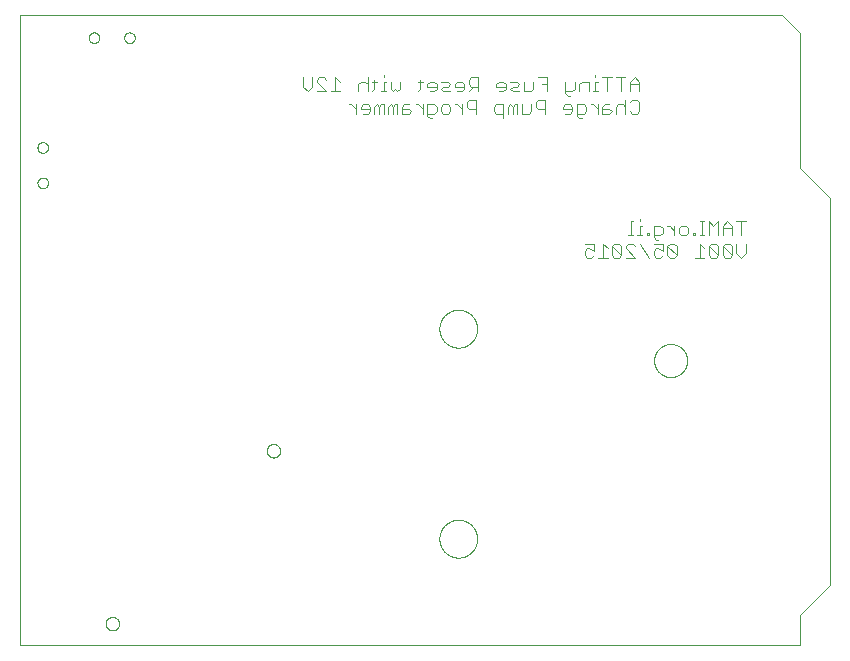
<source format=gbo>
G75*
%MOIN*%
%OFA0B0*%
%FSLAX25Y25*%
%IPPOS*%
%LPD*%
%AMOC8*
5,1,8,0,0,1.08239X$1,22.5*
%
%ADD10C,0.00004*%
%ADD11C,0.00400*%
%ADD12C,0.00000*%
%ADD13C,0.00394*%
D10*
X0016500Y0005000D02*
X0016500Y0215000D01*
X0270500Y0215000D01*
X0276500Y0209000D01*
X0276500Y0164000D01*
X0286500Y0154000D01*
X0286500Y0025000D01*
X0276500Y0015000D01*
X0276500Y0005000D01*
X0016500Y0005000D01*
X0276500Y0005000D01*
X0276500Y0015000D01*
X0286500Y0025000D01*
X0286500Y0154000D01*
X0276500Y0164000D01*
X0276500Y0209000D01*
X0270500Y0215000D01*
X0016500Y0215000D01*
X0016500Y0005000D01*
D11*
X0204587Y0134967D02*
X0205354Y0134200D01*
X0206889Y0134200D01*
X0207656Y0134967D01*
X0207656Y0136502D02*
X0206121Y0137269D01*
X0205354Y0137269D01*
X0204587Y0136502D01*
X0204587Y0134967D01*
X0207656Y0136502D02*
X0207656Y0138804D01*
X0204587Y0138804D01*
X0210725Y0138804D02*
X0210725Y0134200D01*
X0209191Y0134200D02*
X0212260Y0134200D01*
X0213795Y0134967D02*
X0214562Y0134200D01*
X0216097Y0134200D01*
X0216864Y0134967D01*
X0213795Y0138037D01*
X0213795Y0134967D01*
X0212260Y0137269D02*
X0210725Y0138804D01*
X0213795Y0138037D02*
X0214562Y0138804D01*
X0216097Y0138804D01*
X0216864Y0138037D01*
X0216864Y0134967D01*
X0218399Y0134200D02*
X0221468Y0134200D01*
X0218399Y0137269D01*
X0218399Y0138037D01*
X0219166Y0138804D01*
X0220701Y0138804D01*
X0221468Y0138037D01*
X0223003Y0138804D02*
X0226072Y0134200D01*
X0227607Y0134967D02*
X0228374Y0134200D01*
X0229909Y0134200D01*
X0230676Y0134967D01*
X0232211Y0134967D02*
X0232211Y0138037D01*
X0235280Y0134967D01*
X0234513Y0134200D01*
X0232978Y0134200D01*
X0232211Y0134967D01*
X0230676Y0136502D02*
X0229141Y0137269D01*
X0228374Y0137269D01*
X0227607Y0136502D01*
X0227607Y0134967D01*
X0230676Y0136502D02*
X0230676Y0138804D01*
X0227607Y0138804D01*
X0228374Y0140165D02*
X0227607Y0140933D01*
X0227607Y0144769D01*
X0229909Y0144769D01*
X0230676Y0144002D01*
X0230676Y0142467D01*
X0229909Y0141700D01*
X0227607Y0141700D01*
X0226072Y0141700D02*
X0225305Y0141700D01*
X0225305Y0142467D01*
X0226072Y0142467D01*
X0226072Y0141700D01*
X0223770Y0141700D02*
X0222235Y0141700D01*
X0223003Y0141700D02*
X0223003Y0144769D01*
X0223770Y0144769D01*
X0223003Y0146304D02*
X0223003Y0147071D01*
X0220701Y0146304D02*
X0219933Y0146304D01*
X0219933Y0141700D01*
X0219166Y0141700D02*
X0220701Y0141700D01*
X0228374Y0140165D02*
X0229141Y0140165D01*
X0232211Y0138037D02*
X0232978Y0138804D01*
X0234513Y0138804D01*
X0235280Y0138037D01*
X0235280Y0134967D01*
X0241419Y0134200D02*
X0244488Y0134200D01*
X0242953Y0134200D02*
X0242953Y0138804D01*
X0244488Y0137269D01*
X0246023Y0138037D02*
X0246023Y0134967D01*
X0246790Y0134200D01*
X0248325Y0134200D01*
X0249092Y0134967D01*
X0246023Y0138037D01*
X0246790Y0138804D01*
X0248325Y0138804D01*
X0249092Y0138037D01*
X0249092Y0134967D01*
X0250627Y0134967D02*
X0251394Y0134200D01*
X0252929Y0134200D01*
X0253696Y0134967D01*
X0250627Y0138037D01*
X0250627Y0134967D01*
X0253696Y0134967D02*
X0253696Y0138037D01*
X0252929Y0138804D01*
X0251394Y0138804D01*
X0250627Y0138037D01*
X0250627Y0141700D02*
X0250627Y0144769D01*
X0252161Y0146304D01*
X0253696Y0144769D01*
X0253696Y0141700D01*
X0253696Y0144002D02*
X0250627Y0144002D01*
X0249092Y0141700D02*
X0249092Y0146304D01*
X0247557Y0144769D01*
X0246023Y0146304D01*
X0246023Y0141700D01*
X0244488Y0141700D02*
X0242953Y0141700D01*
X0243721Y0141700D02*
X0243721Y0146304D01*
X0244488Y0146304D02*
X0242953Y0146304D01*
X0239117Y0144002D02*
X0239117Y0142467D01*
X0238349Y0141700D01*
X0236815Y0141700D01*
X0236047Y0142467D01*
X0236047Y0144002D01*
X0236815Y0144769D01*
X0238349Y0144769D01*
X0239117Y0144002D01*
X0240651Y0142467D02*
X0240651Y0141700D01*
X0241419Y0141700D01*
X0241419Y0142467D01*
X0240651Y0142467D01*
X0234513Y0141700D02*
X0234513Y0144769D01*
X0234513Y0143235D02*
X0232978Y0144769D01*
X0232211Y0144769D01*
X0255231Y0146304D02*
X0258300Y0146304D01*
X0256765Y0146304D02*
X0256765Y0141700D01*
X0255231Y0138804D02*
X0255231Y0135735D01*
X0256765Y0134200D01*
X0258300Y0135735D01*
X0258300Y0138804D01*
X0222033Y0182200D02*
X0220498Y0182200D01*
X0219731Y0182967D01*
X0218196Y0182200D02*
X0218196Y0186804D01*
X0217429Y0185269D02*
X0215894Y0185269D01*
X0215127Y0184502D01*
X0215127Y0182200D01*
X0213592Y0182967D02*
X0212825Y0183735D01*
X0210523Y0183735D01*
X0210523Y0184502D02*
X0210523Y0182200D01*
X0212825Y0182200D01*
X0213592Y0182967D01*
X0212825Y0185269D02*
X0211290Y0185269D01*
X0210523Y0184502D01*
X0208988Y0185269D02*
X0208988Y0182200D01*
X0208988Y0183735D02*
X0207453Y0185269D01*
X0206686Y0185269D01*
X0205151Y0184502D02*
X0205151Y0182967D01*
X0204384Y0182200D01*
X0202082Y0182200D01*
X0202082Y0181433D02*
X0202082Y0185269D01*
X0204384Y0185269D01*
X0205151Y0184502D01*
X0203617Y0180665D02*
X0202849Y0180665D01*
X0202082Y0181433D01*
X0200547Y0182967D02*
X0199780Y0182200D01*
X0198245Y0182200D01*
X0197478Y0183735D02*
X0200547Y0183735D01*
X0200547Y0184502D02*
X0199780Y0185269D01*
X0198245Y0185269D01*
X0197478Y0184502D01*
X0197478Y0183735D01*
X0200547Y0182967D02*
X0200547Y0184502D01*
X0199780Y0188165D02*
X0199013Y0188165D01*
X0198245Y0188933D01*
X0198245Y0192769D01*
X0198245Y0189700D02*
X0200547Y0189700D01*
X0201315Y0190467D01*
X0201315Y0192769D01*
X0202849Y0192002D02*
X0202849Y0189700D01*
X0202849Y0192002D02*
X0203617Y0192769D01*
X0205919Y0192769D01*
X0205919Y0189700D01*
X0207453Y0189700D02*
X0208988Y0189700D01*
X0208221Y0189700D02*
X0208221Y0192769D01*
X0208988Y0192769D01*
X0208221Y0194304D02*
X0208221Y0195071D01*
X0210523Y0194304D02*
X0213592Y0194304D01*
X0212057Y0194304D02*
X0212057Y0189700D01*
X0216661Y0189700D02*
X0216661Y0194304D01*
X0215127Y0194304D02*
X0218196Y0194304D01*
X0219731Y0192769D02*
X0219731Y0189700D01*
X0219731Y0192002D02*
X0222800Y0192002D01*
X0222800Y0192769D02*
X0221265Y0194304D01*
X0219731Y0192769D01*
X0222800Y0192769D02*
X0222800Y0189700D01*
X0222033Y0186804D02*
X0222800Y0186037D01*
X0222800Y0182967D01*
X0222033Y0182200D01*
X0218196Y0184502D02*
X0217429Y0185269D01*
X0219731Y0186037D02*
X0220498Y0186804D01*
X0222033Y0186804D01*
X0192107Y0189700D02*
X0192107Y0194304D01*
X0189037Y0194304D01*
X0187503Y0192769D02*
X0187503Y0190467D01*
X0186735Y0189700D01*
X0184433Y0189700D01*
X0184433Y0192769D01*
X0182899Y0192002D02*
X0182131Y0192769D01*
X0179829Y0192769D01*
X0178295Y0192002D02*
X0178295Y0190467D01*
X0177527Y0189700D01*
X0175993Y0189700D01*
X0175225Y0191235D02*
X0178295Y0191235D01*
X0178295Y0192002D02*
X0177527Y0192769D01*
X0175993Y0192769D01*
X0175225Y0192002D01*
X0175225Y0191235D01*
X0179829Y0190467D02*
X0180597Y0191235D01*
X0182131Y0191235D01*
X0182899Y0192002D01*
X0182899Y0189700D02*
X0180597Y0189700D01*
X0179829Y0190467D01*
X0179829Y0185269D02*
X0179062Y0184502D01*
X0179062Y0182200D01*
X0177527Y0182200D02*
X0175225Y0182200D01*
X0174458Y0182967D01*
X0174458Y0184502D01*
X0175225Y0185269D01*
X0177527Y0185269D01*
X0177527Y0180665D01*
X0180597Y0182200D02*
X0180597Y0184502D01*
X0179829Y0185269D01*
X0180597Y0184502D02*
X0181364Y0185269D01*
X0182131Y0185269D01*
X0182131Y0182200D01*
X0183666Y0182200D02*
X0183666Y0185269D01*
X0186735Y0185269D02*
X0186735Y0182967D01*
X0185968Y0182200D01*
X0183666Y0182200D01*
X0188270Y0184502D02*
X0188270Y0186037D01*
X0189037Y0186804D01*
X0191339Y0186804D01*
X0191339Y0182200D01*
X0191339Y0183735D02*
X0189037Y0183735D01*
X0188270Y0184502D01*
X0190572Y0192002D02*
X0192107Y0192002D01*
X0169087Y0191235D02*
X0166785Y0191235D01*
X0166017Y0192002D01*
X0166017Y0193537D01*
X0166785Y0194304D01*
X0169087Y0194304D01*
X0169087Y0189700D01*
X0167552Y0191235D02*
X0166017Y0189700D01*
X0164483Y0190467D02*
X0164483Y0192002D01*
X0163715Y0192769D01*
X0162181Y0192769D01*
X0161413Y0192002D01*
X0161413Y0191235D01*
X0164483Y0191235D01*
X0164483Y0190467D02*
X0163715Y0189700D01*
X0162181Y0189700D01*
X0159879Y0189700D02*
X0157577Y0189700D01*
X0156809Y0190467D01*
X0157577Y0191235D01*
X0159111Y0191235D01*
X0159879Y0192002D01*
X0159111Y0192769D01*
X0156809Y0192769D01*
X0155275Y0192002D02*
X0155275Y0190467D01*
X0154507Y0189700D01*
X0152973Y0189700D01*
X0152205Y0191235D02*
X0155275Y0191235D01*
X0155275Y0192002D02*
X0154507Y0192769D01*
X0152973Y0192769D01*
X0152205Y0192002D01*
X0152205Y0191235D01*
X0150671Y0192769D02*
X0149136Y0192769D01*
X0149903Y0193537D02*
X0149903Y0190467D01*
X0149136Y0189700D01*
X0149136Y0185269D02*
X0148369Y0185269D01*
X0149136Y0185269D02*
X0150671Y0183735D01*
X0150671Y0185269D02*
X0150671Y0182200D01*
X0152205Y0182200D02*
X0154507Y0182200D01*
X0155275Y0182967D01*
X0155275Y0184502D01*
X0154507Y0185269D01*
X0152205Y0185269D01*
X0152205Y0181433D01*
X0152973Y0180665D01*
X0153740Y0180665D01*
X0156809Y0182967D02*
X0156809Y0184502D01*
X0157577Y0185269D01*
X0159111Y0185269D01*
X0159879Y0184502D01*
X0159879Y0182967D01*
X0159111Y0182200D01*
X0157577Y0182200D01*
X0156809Y0182967D01*
X0161413Y0185269D02*
X0162181Y0185269D01*
X0163715Y0183735D01*
X0163715Y0185269D02*
X0163715Y0182200D01*
X0165250Y0184502D02*
X0166017Y0183735D01*
X0168319Y0183735D01*
X0168319Y0182200D02*
X0168319Y0186804D01*
X0166017Y0186804D01*
X0165250Y0186037D01*
X0165250Y0184502D01*
X0146834Y0182967D02*
X0146067Y0182200D01*
X0143765Y0182200D01*
X0143765Y0184502D01*
X0144532Y0185269D01*
X0146067Y0185269D01*
X0146067Y0183735D02*
X0143765Y0183735D01*
X0142230Y0185269D02*
X0141463Y0185269D01*
X0140695Y0184502D01*
X0139928Y0185269D01*
X0139161Y0184502D01*
X0139161Y0182200D01*
X0140695Y0182200D02*
X0140695Y0184502D01*
X0142230Y0185269D02*
X0142230Y0182200D01*
X0146067Y0183735D02*
X0146834Y0182967D01*
X0142230Y0189700D02*
X0141463Y0190467D01*
X0140695Y0189700D01*
X0139928Y0190467D01*
X0139928Y0192769D01*
X0138393Y0192769D02*
X0137626Y0192769D01*
X0137626Y0189700D01*
X0138393Y0189700D02*
X0136859Y0189700D01*
X0134557Y0190467D02*
X0133789Y0189700D01*
X0134557Y0190467D02*
X0134557Y0193537D01*
X0135324Y0192769D02*
X0133789Y0192769D01*
X0132255Y0192002D02*
X0131487Y0192769D01*
X0129953Y0192769D01*
X0129185Y0192002D01*
X0129185Y0189700D01*
X0132255Y0189700D02*
X0132255Y0194304D01*
X0137626Y0194304D02*
X0137626Y0195071D01*
X0142997Y0192769D02*
X0142997Y0190467D01*
X0142230Y0189700D01*
X0137626Y0185269D02*
X0136859Y0185269D01*
X0136091Y0184502D01*
X0135324Y0185269D01*
X0134557Y0184502D01*
X0134557Y0182200D01*
X0136091Y0182200D02*
X0136091Y0184502D01*
X0137626Y0185269D02*
X0137626Y0182200D01*
X0133022Y0182967D02*
X0132255Y0182200D01*
X0130720Y0182200D01*
X0129953Y0183735D02*
X0133022Y0183735D01*
X0133022Y0184502D02*
X0132255Y0185269D01*
X0130720Y0185269D01*
X0129953Y0184502D01*
X0129953Y0183735D01*
X0128418Y0183735D02*
X0126883Y0185269D01*
X0126116Y0185269D01*
X0128418Y0185269D02*
X0128418Y0182200D01*
X0133022Y0182967D02*
X0133022Y0184502D01*
X0123047Y0189700D02*
X0119977Y0189700D01*
X0118443Y0189700D02*
X0115373Y0192769D01*
X0115373Y0193537D01*
X0116141Y0194304D01*
X0117675Y0194304D01*
X0118443Y0193537D01*
X0121512Y0194304D02*
X0121512Y0189700D01*
X0118443Y0189700D02*
X0115373Y0189700D01*
X0113839Y0191235D02*
X0112304Y0189700D01*
X0110769Y0191235D01*
X0110769Y0194304D01*
X0113839Y0194304D02*
X0113839Y0191235D01*
X0121512Y0194304D02*
X0123047Y0192769D01*
D12*
X0051134Y0207500D02*
X0051136Y0207584D01*
X0051142Y0207667D01*
X0051152Y0207750D01*
X0051166Y0207833D01*
X0051183Y0207915D01*
X0051205Y0207996D01*
X0051230Y0208075D01*
X0051259Y0208154D01*
X0051292Y0208231D01*
X0051328Y0208306D01*
X0051368Y0208380D01*
X0051411Y0208452D01*
X0051458Y0208521D01*
X0051508Y0208588D01*
X0051561Y0208653D01*
X0051617Y0208715D01*
X0051675Y0208775D01*
X0051737Y0208832D01*
X0051801Y0208885D01*
X0051868Y0208936D01*
X0051937Y0208983D01*
X0052008Y0209028D01*
X0052081Y0209068D01*
X0052156Y0209105D01*
X0052233Y0209139D01*
X0052311Y0209169D01*
X0052390Y0209195D01*
X0052471Y0209218D01*
X0052553Y0209236D01*
X0052635Y0209251D01*
X0052718Y0209262D01*
X0052801Y0209269D01*
X0052885Y0209272D01*
X0052969Y0209271D01*
X0053052Y0209266D01*
X0053136Y0209257D01*
X0053218Y0209244D01*
X0053300Y0209228D01*
X0053381Y0209207D01*
X0053462Y0209183D01*
X0053540Y0209155D01*
X0053618Y0209123D01*
X0053694Y0209087D01*
X0053768Y0209048D01*
X0053840Y0209006D01*
X0053910Y0208960D01*
X0053978Y0208911D01*
X0054043Y0208859D01*
X0054106Y0208804D01*
X0054166Y0208746D01*
X0054224Y0208685D01*
X0054278Y0208621D01*
X0054330Y0208555D01*
X0054378Y0208487D01*
X0054423Y0208416D01*
X0054464Y0208343D01*
X0054503Y0208269D01*
X0054537Y0208193D01*
X0054568Y0208115D01*
X0054595Y0208036D01*
X0054619Y0207955D01*
X0054638Y0207874D01*
X0054654Y0207792D01*
X0054666Y0207709D01*
X0054674Y0207625D01*
X0054678Y0207542D01*
X0054678Y0207458D01*
X0054674Y0207375D01*
X0054666Y0207291D01*
X0054654Y0207208D01*
X0054638Y0207126D01*
X0054619Y0207045D01*
X0054595Y0206964D01*
X0054568Y0206885D01*
X0054537Y0206807D01*
X0054503Y0206731D01*
X0054464Y0206657D01*
X0054423Y0206584D01*
X0054378Y0206513D01*
X0054330Y0206445D01*
X0054278Y0206379D01*
X0054224Y0206315D01*
X0054166Y0206254D01*
X0054106Y0206196D01*
X0054043Y0206141D01*
X0053978Y0206089D01*
X0053910Y0206040D01*
X0053840Y0205994D01*
X0053768Y0205952D01*
X0053694Y0205913D01*
X0053618Y0205877D01*
X0053540Y0205845D01*
X0053462Y0205817D01*
X0053381Y0205793D01*
X0053300Y0205772D01*
X0053218Y0205756D01*
X0053136Y0205743D01*
X0053052Y0205734D01*
X0052969Y0205729D01*
X0052885Y0205728D01*
X0052801Y0205731D01*
X0052718Y0205738D01*
X0052635Y0205749D01*
X0052553Y0205764D01*
X0052471Y0205782D01*
X0052390Y0205805D01*
X0052311Y0205831D01*
X0052233Y0205861D01*
X0052156Y0205895D01*
X0052081Y0205932D01*
X0052008Y0205972D01*
X0051937Y0206017D01*
X0051868Y0206064D01*
X0051801Y0206115D01*
X0051737Y0206168D01*
X0051675Y0206225D01*
X0051617Y0206285D01*
X0051561Y0206347D01*
X0051508Y0206412D01*
X0051458Y0206479D01*
X0051411Y0206548D01*
X0051368Y0206620D01*
X0051328Y0206694D01*
X0051292Y0206769D01*
X0051259Y0206846D01*
X0051230Y0206925D01*
X0051205Y0207004D01*
X0051183Y0207085D01*
X0051166Y0207167D01*
X0051152Y0207250D01*
X0051142Y0207333D01*
X0051136Y0207416D01*
X0051134Y0207500D01*
X0039322Y0207500D02*
X0039324Y0207584D01*
X0039330Y0207667D01*
X0039340Y0207750D01*
X0039354Y0207833D01*
X0039371Y0207915D01*
X0039393Y0207996D01*
X0039418Y0208075D01*
X0039447Y0208154D01*
X0039480Y0208231D01*
X0039516Y0208306D01*
X0039556Y0208380D01*
X0039599Y0208452D01*
X0039646Y0208521D01*
X0039696Y0208588D01*
X0039749Y0208653D01*
X0039805Y0208715D01*
X0039863Y0208775D01*
X0039925Y0208832D01*
X0039989Y0208885D01*
X0040056Y0208936D01*
X0040125Y0208983D01*
X0040196Y0209028D01*
X0040269Y0209068D01*
X0040344Y0209105D01*
X0040421Y0209139D01*
X0040499Y0209169D01*
X0040578Y0209195D01*
X0040659Y0209218D01*
X0040741Y0209236D01*
X0040823Y0209251D01*
X0040906Y0209262D01*
X0040989Y0209269D01*
X0041073Y0209272D01*
X0041157Y0209271D01*
X0041240Y0209266D01*
X0041324Y0209257D01*
X0041406Y0209244D01*
X0041488Y0209228D01*
X0041569Y0209207D01*
X0041650Y0209183D01*
X0041728Y0209155D01*
X0041806Y0209123D01*
X0041882Y0209087D01*
X0041956Y0209048D01*
X0042028Y0209006D01*
X0042098Y0208960D01*
X0042166Y0208911D01*
X0042231Y0208859D01*
X0042294Y0208804D01*
X0042354Y0208746D01*
X0042412Y0208685D01*
X0042466Y0208621D01*
X0042518Y0208555D01*
X0042566Y0208487D01*
X0042611Y0208416D01*
X0042652Y0208343D01*
X0042691Y0208269D01*
X0042725Y0208193D01*
X0042756Y0208115D01*
X0042783Y0208036D01*
X0042807Y0207955D01*
X0042826Y0207874D01*
X0042842Y0207792D01*
X0042854Y0207709D01*
X0042862Y0207625D01*
X0042866Y0207542D01*
X0042866Y0207458D01*
X0042862Y0207375D01*
X0042854Y0207291D01*
X0042842Y0207208D01*
X0042826Y0207126D01*
X0042807Y0207045D01*
X0042783Y0206964D01*
X0042756Y0206885D01*
X0042725Y0206807D01*
X0042691Y0206731D01*
X0042652Y0206657D01*
X0042611Y0206584D01*
X0042566Y0206513D01*
X0042518Y0206445D01*
X0042466Y0206379D01*
X0042412Y0206315D01*
X0042354Y0206254D01*
X0042294Y0206196D01*
X0042231Y0206141D01*
X0042166Y0206089D01*
X0042098Y0206040D01*
X0042028Y0205994D01*
X0041956Y0205952D01*
X0041882Y0205913D01*
X0041806Y0205877D01*
X0041728Y0205845D01*
X0041650Y0205817D01*
X0041569Y0205793D01*
X0041488Y0205772D01*
X0041406Y0205756D01*
X0041324Y0205743D01*
X0041240Y0205734D01*
X0041157Y0205729D01*
X0041073Y0205728D01*
X0040989Y0205731D01*
X0040906Y0205738D01*
X0040823Y0205749D01*
X0040741Y0205764D01*
X0040659Y0205782D01*
X0040578Y0205805D01*
X0040499Y0205831D01*
X0040421Y0205861D01*
X0040344Y0205895D01*
X0040269Y0205932D01*
X0040196Y0205972D01*
X0040125Y0206017D01*
X0040056Y0206064D01*
X0039989Y0206115D01*
X0039925Y0206168D01*
X0039863Y0206225D01*
X0039805Y0206285D01*
X0039749Y0206347D01*
X0039696Y0206412D01*
X0039646Y0206479D01*
X0039599Y0206548D01*
X0039556Y0206620D01*
X0039516Y0206694D01*
X0039480Y0206769D01*
X0039447Y0206846D01*
X0039418Y0206925D01*
X0039393Y0207004D01*
X0039371Y0207085D01*
X0039354Y0207167D01*
X0039340Y0207250D01*
X0039330Y0207333D01*
X0039324Y0207416D01*
X0039322Y0207500D01*
X0022228Y0170906D02*
X0022230Y0170990D01*
X0022236Y0171073D01*
X0022246Y0171156D01*
X0022260Y0171239D01*
X0022277Y0171321D01*
X0022299Y0171402D01*
X0022324Y0171481D01*
X0022353Y0171560D01*
X0022386Y0171637D01*
X0022422Y0171712D01*
X0022462Y0171786D01*
X0022505Y0171858D01*
X0022552Y0171927D01*
X0022602Y0171994D01*
X0022655Y0172059D01*
X0022711Y0172121D01*
X0022769Y0172181D01*
X0022831Y0172238D01*
X0022895Y0172291D01*
X0022962Y0172342D01*
X0023031Y0172389D01*
X0023102Y0172434D01*
X0023175Y0172474D01*
X0023250Y0172511D01*
X0023327Y0172545D01*
X0023405Y0172575D01*
X0023484Y0172601D01*
X0023565Y0172624D01*
X0023647Y0172642D01*
X0023729Y0172657D01*
X0023812Y0172668D01*
X0023895Y0172675D01*
X0023979Y0172678D01*
X0024063Y0172677D01*
X0024146Y0172672D01*
X0024230Y0172663D01*
X0024312Y0172650D01*
X0024394Y0172634D01*
X0024475Y0172613D01*
X0024556Y0172589D01*
X0024634Y0172561D01*
X0024712Y0172529D01*
X0024788Y0172493D01*
X0024862Y0172454D01*
X0024934Y0172412D01*
X0025004Y0172366D01*
X0025072Y0172317D01*
X0025137Y0172265D01*
X0025200Y0172210D01*
X0025260Y0172152D01*
X0025318Y0172091D01*
X0025372Y0172027D01*
X0025424Y0171961D01*
X0025472Y0171893D01*
X0025517Y0171822D01*
X0025558Y0171749D01*
X0025597Y0171675D01*
X0025631Y0171599D01*
X0025662Y0171521D01*
X0025689Y0171442D01*
X0025713Y0171361D01*
X0025732Y0171280D01*
X0025748Y0171198D01*
X0025760Y0171115D01*
X0025768Y0171031D01*
X0025772Y0170948D01*
X0025772Y0170864D01*
X0025768Y0170781D01*
X0025760Y0170697D01*
X0025748Y0170614D01*
X0025732Y0170532D01*
X0025713Y0170451D01*
X0025689Y0170370D01*
X0025662Y0170291D01*
X0025631Y0170213D01*
X0025597Y0170137D01*
X0025558Y0170063D01*
X0025517Y0169990D01*
X0025472Y0169919D01*
X0025424Y0169851D01*
X0025372Y0169785D01*
X0025318Y0169721D01*
X0025260Y0169660D01*
X0025200Y0169602D01*
X0025137Y0169547D01*
X0025072Y0169495D01*
X0025004Y0169446D01*
X0024934Y0169400D01*
X0024862Y0169358D01*
X0024788Y0169319D01*
X0024712Y0169283D01*
X0024634Y0169251D01*
X0024556Y0169223D01*
X0024475Y0169199D01*
X0024394Y0169178D01*
X0024312Y0169162D01*
X0024230Y0169149D01*
X0024146Y0169140D01*
X0024063Y0169135D01*
X0023979Y0169134D01*
X0023895Y0169137D01*
X0023812Y0169144D01*
X0023729Y0169155D01*
X0023647Y0169170D01*
X0023565Y0169188D01*
X0023484Y0169211D01*
X0023405Y0169237D01*
X0023327Y0169267D01*
X0023250Y0169301D01*
X0023175Y0169338D01*
X0023102Y0169378D01*
X0023031Y0169423D01*
X0022962Y0169470D01*
X0022895Y0169521D01*
X0022831Y0169574D01*
X0022769Y0169631D01*
X0022711Y0169691D01*
X0022655Y0169753D01*
X0022602Y0169818D01*
X0022552Y0169885D01*
X0022505Y0169954D01*
X0022462Y0170026D01*
X0022422Y0170100D01*
X0022386Y0170175D01*
X0022353Y0170252D01*
X0022324Y0170331D01*
X0022299Y0170410D01*
X0022277Y0170491D01*
X0022260Y0170573D01*
X0022246Y0170656D01*
X0022236Y0170739D01*
X0022230Y0170822D01*
X0022228Y0170906D01*
X0022228Y0159094D02*
X0022230Y0159178D01*
X0022236Y0159261D01*
X0022246Y0159344D01*
X0022260Y0159427D01*
X0022277Y0159509D01*
X0022299Y0159590D01*
X0022324Y0159669D01*
X0022353Y0159748D01*
X0022386Y0159825D01*
X0022422Y0159900D01*
X0022462Y0159974D01*
X0022505Y0160046D01*
X0022552Y0160115D01*
X0022602Y0160182D01*
X0022655Y0160247D01*
X0022711Y0160309D01*
X0022769Y0160369D01*
X0022831Y0160426D01*
X0022895Y0160479D01*
X0022962Y0160530D01*
X0023031Y0160577D01*
X0023102Y0160622D01*
X0023175Y0160662D01*
X0023250Y0160699D01*
X0023327Y0160733D01*
X0023405Y0160763D01*
X0023484Y0160789D01*
X0023565Y0160812D01*
X0023647Y0160830D01*
X0023729Y0160845D01*
X0023812Y0160856D01*
X0023895Y0160863D01*
X0023979Y0160866D01*
X0024063Y0160865D01*
X0024146Y0160860D01*
X0024230Y0160851D01*
X0024312Y0160838D01*
X0024394Y0160822D01*
X0024475Y0160801D01*
X0024556Y0160777D01*
X0024634Y0160749D01*
X0024712Y0160717D01*
X0024788Y0160681D01*
X0024862Y0160642D01*
X0024934Y0160600D01*
X0025004Y0160554D01*
X0025072Y0160505D01*
X0025137Y0160453D01*
X0025200Y0160398D01*
X0025260Y0160340D01*
X0025318Y0160279D01*
X0025372Y0160215D01*
X0025424Y0160149D01*
X0025472Y0160081D01*
X0025517Y0160010D01*
X0025558Y0159937D01*
X0025597Y0159863D01*
X0025631Y0159787D01*
X0025662Y0159709D01*
X0025689Y0159630D01*
X0025713Y0159549D01*
X0025732Y0159468D01*
X0025748Y0159386D01*
X0025760Y0159303D01*
X0025768Y0159219D01*
X0025772Y0159136D01*
X0025772Y0159052D01*
X0025768Y0158969D01*
X0025760Y0158885D01*
X0025748Y0158802D01*
X0025732Y0158720D01*
X0025713Y0158639D01*
X0025689Y0158558D01*
X0025662Y0158479D01*
X0025631Y0158401D01*
X0025597Y0158325D01*
X0025558Y0158251D01*
X0025517Y0158178D01*
X0025472Y0158107D01*
X0025424Y0158039D01*
X0025372Y0157973D01*
X0025318Y0157909D01*
X0025260Y0157848D01*
X0025200Y0157790D01*
X0025137Y0157735D01*
X0025072Y0157683D01*
X0025004Y0157634D01*
X0024934Y0157588D01*
X0024862Y0157546D01*
X0024788Y0157507D01*
X0024712Y0157471D01*
X0024634Y0157439D01*
X0024556Y0157411D01*
X0024475Y0157387D01*
X0024394Y0157366D01*
X0024312Y0157350D01*
X0024230Y0157337D01*
X0024146Y0157328D01*
X0024063Y0157323D01*
X0023979Y0157322D01*
X0023895Y0157325D01*
X0023812Y0157332D01*
X0023729Y0157343D01*
X0023647Y0157358D01*
X0023565Y0157376D01*
X0023484Y0157399D01*
X0023405Y0157425D01*
X0023327Y0157455D01*
X0023250Y0157489D01*
X0023175Y0157526D01*
X0023102Y0157566D01*
X0023031Y0157611D01*
X0022962Y0157658D01*
X0022895Y0157709D01*
X0022831Y0157762D01*
X0022769Y0157819D01*
X0022711Y0157879D01*
X0022655Y0157941D01*
X0022602Y0158006D01*
X0022552Y0158073D01*
X0022505Y0158142D01*
X0022462Y0158214D01*
X0022422Y0158288D01*
X0022386Y0158363D01*
X0022353Y0158440D01*
X0022324Y0158519D01*
X0022299Y0158598D01*
X0022277Y0158679D01*
X0022260Y0158761D01*
X0022246Y0158844D01*
X0022236Y0158927D01*
X0022230Y0159010D01*
X0022228Y0159094D01*
X0156201Y0110500D02*
X0156203Y0110658D01*
X0156209Y0110816D01*
X0156219Y0110974D01*
X0156233Y0111132D01*
X0156251Y0111289D01*
X0156272Y0111446D01*
X0156298Y0111602D01*
X0156328Y0111758D01*
X0156361Y0111913D01*
X0156399Y0112066D01*
X0156440Y0112219D01*
X0156485Y0112371D01*
X0156534Y0112522D01*
X0156587Y0112671D01*
X0156643Y0112819D01*
X0156703Y0112965D01*
X0156767Y0113110D01*
X0156835Y0113253D01*
X0156906Y0113395D01*
X0156980Y0113535D01*
X0157058Y0113672D01*
X0157140Y0113808D01*
X0157224Y0113942D01*
X0157313Y0114073D01*
X0157404Y0114202D01*
X0157499Y0114329D01*
X0157596Y0114454D01*
X0157697Y0114576D01*
X0157801Y0114695D01*
X0157908Y0114812D01*
X0158018Y0114926D01*
X0158131Y0115037D01*
X0158246Y0115146D01*
X0158364Y0115251D01*
X0158485Y0115353D01*
X0158608Y0115453D01*
X0158734Y0115549D01*
X0158862Y0115642D01*
X0158992Y0115732D01*
X0159125Y0115818D01*
X0159260Y0115902D01*
X0159396Y0115981D01*
X0159535Y0116058D01*
X0159676Y0116130D01*
X0159818Y0116200D01*
X0159962Y0116265D01*
X0160108Y0116327D01*
X0160255Y0116385D01*
X0160404Y0116440D01*
X0160554Y0116491D01*
X0160705Y0116538D01*
X0160857Y0116581D01*
X0161010Y0116620D01*
X0161165Y0116656D01*
X0161320Y0116687D01*
X0161476Y0116715D01*
X0161632Y0116739D01*
X0161789Y0116759D01*
X0161947Y0116775D01*
X0162104Y0116787D01*
X0162263Y0116795D01*
X0162421Y0116799D01*
X0162579Y0116799D01*
X0162737Y0116795D01*
X0162896Y0116787D01*
X0163053Y0116775D01*
X0163211Y0116759D01*
X0163368Y0116739D01*
X0163524Y0116715D01*
X0163680Y0116687D01*
X0163835Y0116656D01*
X0163990Y0116620D01*
X0164143Y0116581D01*
X0164295Y0116538D01*
X0164446Y0116491D01*
X0164596Y0116440D01*
X0164745Y0116385D01*
X0164892Y0116327D01*
X0165038Y0116265D01*
X0165182Y0116200D01*
X0165324Y0116130D01*
X0165465Y0116058D01*
X0165604Y0115981D01*
X0165740Y0115902D01*
X0165875Y0115818D01*
X0166008Y0115732D01*
X0166138Y0115642D01*
X0166266Y0115549D01*
X0166392Y0115453D01*
X0166515Y0115353D01*
X0166636Y0115251D01*
X0166754Y0115146D01*
X0166869Y0115037D01*
X0166982Y0114926D01*
X0167092Y0114812D01*
X0167199Y0114695D01*
X0167303Y0114576D01*
X0167404Y0114454D01*
X0167501Y0114329D01*
X0167596Y0114202D01*
X0167687Y0114073D01*
X0167776Y0113942D01*
X0167860Y0113808D01*
X0167942Y0113672D01*
X0168020Y0113535D01*
X0168094Y0113395D01*
X0168165Y0113253D01*
X0168233Y0113110D01*
X0168297Y0112965D01*
X0168357Y0112819D01*
X0168413Y0112671D01*
X0168466Y0112522D01*
X0168515Y0112371D01*
X0168560Y0112219D01*
X0168601Y0112066D01*
X0168639Y0111913D01*
X0168672Y0111758D01*
X0168702Y0111602D01*
X0168728Y0111446D01*
X0168749Y0111289D01*
X0168767Y0111132D01*
X0168781Y0110974D01*
X0168791Y0110816D01*
X0168797Y0110658D01*
X0168799Y0110500D01*
X0168797Y0110342D01*
X0168791Y0110184D01*
X0168781Y0110026D01*
X0168767Y0109868D01*
X0168749Y0109711D01*
X0168728Y0109554D01*
X0168702Y0109398D01*
X0168672Y0109242D01*
X0168639Y0109087D01*
X0168601Y0108934D01*
X0168560Y0108781D01*
X0168515Y0108629D01*
X0168466Y0108478D01*
X0168413Y0108329D01*
X0168357Y0108181D01*
X0168297Y0108035D01*
X0168233Y0107890D01*
X0168165Y0107747D01*
X0168094Y0107605D01*
X0168020Y0107465D01*
X0167942Y0107328D01*
X0167860Y0107192D01*
X0167776Y0107058D01*
X0167687Y0106927D01*
X0167596Y0106798D01*
X0167501Y0106671D01*
X0167404Y0106546D01*
X0167303Y0106424D01*
X0167199Y0106305D01*
X0167092Y0106188D01*
X0166982Y0106074D01*
X0166869Y0105963D01*
X0166754Y0105854D01*
X0166636Y0105749D01*
X0166515Y0105647D01*
X0166392Y0105547D01*
X0166266Y0105451D01*
X0166138Y0105358D01*
X0166008Y0105268D01*
X0165875Y0105182D01*
X0165740Y0105098D01*
X0165604Y0105019D01*
X0165465Y0104942D01*
X0165324Y0104870D01*
X0165182Y0104800D01*
X0165038Y0104735D01*
X0164892Y0104673D01*
X0164745Y0104615D01*
X0164596Y0104560D01*
X0164446Y0104509D01*
X0164295Y0104462D01*
X0164143Y0104419D01*
X0163990Y0104380D01*
X0163835Y0104344D01*
X0163680Y0104313D01*
X0163524Y0104285D01*
X0163368Y0104261D01*
X0163211Y0104241D01*
X0163053Y0104225D01*
X0162896Y0104213D01*
X0162737Y0104205D01*
X0162579Y0104201D01*
X0162421Y0104201D01*
X0162263Y0104205D01*
X0162104Y0104213D01*
X0161947Y0104225D01*
X0161789Y0104241D01*
X0161632Y0104261D01*
X0161476Y0104285D01*
X0161320Y0104313D01*
X0161165Y0104344D01*
X0161010Y0104380D01*
X0160857Y0104419D01*
X0160705Y0104462D01*
X0160554Y0104509D01*
X0160404Y0104560D01*
X0160255Y0104615D01*
X0160108Y0104673D01*
X0159962Y0104735D01*
X0159818Y0104800D01*
X0159676Y0104870D01*
X0159535Y0104942D01*
X0159396Y0105019D01*
X0159260Y0105098D01*
X0159125Y0105182D01*
X0158992Y0105268D01*
X0158862Y0105358D01*
X0158734Y0105451D01*
X0158608Y0105547D01*
X0158485Y0105647D01*
X0158364Y0105749D01*
X0158246Y0105854D01*
X0158131Y0105963D01*
X0158018Y0106074D01*
X0157908Y0106188D01*
X0157801Y0106305D01*
X0157697Y0106424D01*
X0157596Y0106546D01*
X0157499Y0106671D01*
X0157404Y0106798D01*
X0157313Y0106927D01*
X0157224Y0107058D01*
X0157140Y0107192D01*
X0157058Y0107328D01*
X0156980Y0107465D01*
X0156906Y0107605D01*
X0156835Y0107747D01*
X0156767Y0107890D01*
X0156703Y0108035D01*
X0156643Y0108181D01*
X0156587Y0108329D01*
X0156534Y0108478D01*
X0156485Y0108629D01*
X0156440Y0108781D01*
X0156399Y0108934D01*
X0156361Y0109087D01*
X0156328Y0109242D01*
X0156298Y0109398D01*
X0156272Y0109554D01*
X0156251Y0109711D01*
X0156233Y0109868D01*
X0156219Y0110026D01*
X0156209Y0110184D01*
X0156203Y0110342D01*
X0156201Y0110500D01*
X0227788Y0099900D02*
X0227790Y0100048D01*
X0227796Y0100196D01*
X0227806Y0100344D01*
X0227820Y0100491D01*
X0227838Y0100638D01*
X0227859Y0100784D01*
X0227885Y0100930D01*
X0227915Y0101075D01*
X0227948Y0101219D01*
X0227986Y0101362D01*
X0228027Y0101504D01*
X0228072Y0101645D01*
X0228120Y0101785D01*
X0228173Y0101924D01*
X0228229Y0102061D01*
X0228289Y0102196D01*
X0228352Y0102330D01*
X0228419Y0102462D01*
X0228490Y0102592D01*
X0228564Y0102720D01*
X0228641Y0102846D01*
X0228722Y0102970D01*
X0228806Y0103092D01*
X0228893Y0103211D01*
X0228984Y0103328D01*
X0229078Y0103443D01*
X0229174Y0103555D01*
X0229274Y0103665D01*
X0229376Y0103771D01*
X0229482Y0103875D01*
X0229590Y0103976D01*
X0229701Y0104074D01*
X0229814Y0104170D01*
X0229930Y0104262D01*
X0230048Y0104351D01*
X0230169Y0104436D01*
X0230292Y0104519D01*
X0230417Y0104598D01*
X0230544Y0104674D01*
X0230673Y0104746D01*
X0230804Y0104815D01*
X0230937Y0104880D01*
X0231072Y0104941D01*
X0231208Y0104999D01*
X0231345Y0105054D01*
X0231484Y0105104D01*
X0231625Y0105151D01*
X0231766Y0105194D01*
X0231909Y0105234D01*
X0232053Y0105269D01*
X0232197Y0105301D01*
X0232343Y0105328D01*
X0232489Y0105352D01*
X0232636Y0105372D01*
X0232783Y0105388D01*
X0232930Y0105400D01*
X0233078Y0105408D01*
X0233226Y0105412D01*
X0233374Y0105412D01*
X0233522Y0105408D01*
X0233670Y0105400D01*
X0233817Y0105388D01*
X0233964Y0105372D01*
X0234111Y0105352D01*
X0234257Y0105328D01*
X0234403Y0105301D01*
X0234547Y0105269D01*
X0234691Y0105234D01*
X0234834Y0105194D01*
X0234975Y0105151D01*
X0235116Y0105104D01*
X0235255Y0105054D01*
X0235392Y0104999D01*
X0235528Y0104941D01*
X0235663Y0104880D01*
X0235796Y0104815D01*
X0235927Y0104746D01*
X0236056Y0104674D01*
X0236183Y0104598D01*
X0236308Y0104519D01*
X0236431Y0104436D01*
X0236552Y0104351D01*
X0236670Y0104262D01*
X0236786Y0104170D01*
X0236899Y0104074D01*
X0237010Y0103976D01*
X0237118Y0103875D01*
X0237224Y0103771D01*
X0237326Y0103665D01*
X0237426Y0103555D01*
X0237522Y0103443D01*
X0237616Y0103328D01*
X0237707Y0103211D01*
X0237794Y0103092D01*
X0237878Y0102970D01*
X0237959Y0102846D01*
X0238036Y0102720D01*
X0238110Y0102592D01*
X0238181Y0102462D01*
X0238248Y0102330D01*
X0238311Y0102196D01*
X0238371Y0102061D01*
X0238427Y0101924D01*
X0238480Y0101785D01*
X0238528Y0101645D01*
X0238573Y0101504D01*
X0238614Y0101362D01*
X0238652Y0101219D01*
X0238685Y0101075D01*
X0238715Y0100930D01*
X0238741Y0100784D01*
X0238762Y0100638D01*
X0238780Y0100491D01*
X0238794Y0100344D01*
X0238804Y0100196D01*
X0238810Y0100048D01*
X0238812Y0099900D01*
X0238810Y0099752D01*
X0238804Y0099604D01*
X0238794Y0099456D01*
X0238780Y0099309D01*
X0238762Y0099162D01*
X0238741Y0099016D01*
X0238715Y0098870D01*
X0238685Y0098725D01*
X0238652Y0098581D01*
X0238614Y0098438D01*
X0238573Y0098296D01*
X0238528Y0098155D01*
X0238480Y0098015D01*
X0238427Y0097876D01*
X0238371Y0097739D01*
X0238311Y0097604D01*
X0238248Y0097470D01*
X0238181Y0097338D01*
X0238110Y0097208D01*
X0238036Y0097080D01*
X0237959Y0096954D01*
X0237878Y0096830D01*
X0237794Y0096708D01*
X0237707Y0096589D01*
X0237616Y0096472D01*
X0237522Y0096357D01*
X0237426Y0096245D01*
X0237326Y0096135D01*
X0237224Y0096029D01*
X0237118Y0095925D01*
X0237010Y0095824D01*
X0236899Y0095726D01*
X0236786Y0095630D01*
X0236670Y0095538D01*
X0236552Y0095449D01*
X0236431Y0095364D01*
X0236308Y0095281D01*
X0236183Y0095202D01*
X0236056Y0095126D01*
X0235927Y0095054D01*
X0235796Y0094985D01*
X0235663Y0094920D01*
X0235528Y0094859D01*
X0235392Y0094801D01*
X0235255Y0094746D01*
X0235116Y0094696D01*
X0234975Y0094649D01*
X0234834Y0094606D01*
X0234691Y0094566D01*
X0234547Y0094531D01*
X0234403Y0094499D01*
X0234257Y0094472D01*
X0234111Y0094448D01*
X0233964Y0094428D01*
X0233817Y0094412D01*
X0233670Y0094400D01*
X0233522Y0094392D01*
X0233374Y0094388D01*
X0233226Y0094388D01*
X0233078Y0094392D01*
X0232930Y0094400D01*
X0232783Y0094412D01*
X0232636Y0094428D01*
X0232489Y0094448D01*
X0232343Y0094472D01*
X0232197Y0094499D01*
X0232053Y0094531D01*
X0231909Y0094566D01*
X0231766Y0094606D01*
X0231625Y0094649D01*
X0231484Y0094696D01*
X0231345Y0094746D01*
X0231208Y0094801D01*
X0231072Y0094859D01*
X0230937Y0094920D01*
X0230804Y0094985D01*
X0230673Y0095054D01*
X0230544Y0095126D01*
X0230417Y0095202D01*
X0230292Y0095281D01*
X0230169Y0095364D01*
X0230048Y0095449D01*
X0229930Y0095538D01*
X0229814Y0095630D01*
X0229701Y0095726D01*
X0229590Y0095824D01*
X0229482Y0095925D01*
X0229376Y0096029D01*
X0229274Y0096135D01*
X0229174Y0096245D01*
X0229078Y0096357D01*
X0228984Y0096472D01*
X0228893Y0096589D01*
X0228806Y0096708D01*
X0228722Y0096830D01*
X0228641Y0096954D01*
X0228564Y0097080D01*
X0228490Y0097208D01*
X0228419Y0097338D01*
X0228352Y0097470D01*
X0228289Y0097604D01*
X0228229Y0097739D01*
X0228173Y0097876D01*
X0228120Y0098015D01*
X0228072Y0098155D01*
X0228027Y0098296D01*
X0227986Y0098438D01*
X0227948Y0098581D01*
X0227915Y0098725D01*
X0227885Y0098870D01*
X0227859Y0099016D01*
X0227838Y0099162D01*
X0227820Y0099309D01*
X0227806Y0099456D01*
X0227796Y0099604D01*
X0227790Y0099752D01*
X0227788Y0099900D01*
X0156201Y0040500D02*
X0156203Y0040658D01*
X0156209Y0040816D01*
X0156219Y0040974D01*
X0156233Y0041132D01*
X0156251Y0041289D01*
X0156272Y0041446D01*
X0156298Y0041602D01*
X0156328Y0041758D01*
X0156361Y0041913D01*
X0156399Y0042066D01*
X0156440Y0042219D01*
X0156485Y0042371D01*
X0156534Y0042522D01*
X0156587Y0042671D01*
X0156643Y0042819D01*
X0156703Y0042965D01*
X0156767Y0043110D01*
X0156835Y0043253D01*
X0156906Y0043395D01*
X0156980Y0043535D01*
X0157058Y0043672D01*
X0157140Y0043808D01*
X0157224Y0043942D01*
X0157313Y0044073D01*
X0157404Y0044202D01*
X0157499Y0044329D01*
X0157596Y0044454D01*
X0157697Y0044576D01*
X0157801Y0044695D01*
X0157908Y0044812D01*
X0158018Y0044926D01*
X0158131Y0045037D01*
X0158246Y0045146D01*
X0158364Y0045251D01*
X0158485Y0045353D01*
X0158608Y0045453D01*
X0158734Y0045549D01*
X0158862Y0045642D01*
X0158992Y0045732D01*
X0159125Y0045818D01*
X0159260Y0045902D01*
X0159396Y0045981D01*
X0159535Y0046058D01*
X0159676Y0046130D01*
X0159818Y0046200D01*
X0159962Y0046265D01*
X0160108Y0046327D01*
X0160255Y0046385D01*
X0160404Y0046440D01*
X0160554Y0046491D01*
X0160705Y0046538D01*
X0160857Y0046581D01*
X0161010Y0046620D01*
X0161165Y0046656D01*
X0161320Y0046687D01*
X0161476Y0046715D01*
X0161632Y0046739D01*
X0161789Y0046759D01*
X0161947Y0046775D01*
X0162104Y0046787D01*
X0162263Y0046795D01*
X0162421Y0046799D01*
X0162579Y0046799D01*
X0162737Y0046795D01*
X0162896Y0046787D01*
X0163053Y0046775D01*
X0163211Y0046759D01*
X0163368Y0046739D01*
X0163524Y0046715D01*
X0163680Y0046687D01*
X0163835Y0046656D01*
X0163990Y0046620D01*
X0164143Y0046581D01*
X0164295Y0046538D01*
X0164446Y0046491D01*
X0164596Y0046440D01*
X0164745Y0046385D01*
X0164892Y0046327D01*
X0165038Y0046265D01*
X0165182Y0046200D01*
X0165324Y0046130D01*
X0165465Y0046058D01*
X0165604Y0045981D01*
X0165740Y0045902D01*
X0165875Y0045818D01*
X0166008Y0045732D01*
X0166138Y0045642D01*
X0166266Y0045549D01*
X0166392Y0045453D01*
X0166515Y0045353D01*
X0166636Y0045251D01*
X0166754Y0045146D01*
X0166869Y0045037D01*
X0166982Y0044926D01*
X0167092Y0044812D01*
X0167199Y0044695D01*
X0167303Y0044576D01*
X0167404Y0044454D01*
X0167501Y0044329D01*
X0167596Y0044202D01*
X0167687Y0044073D01*
X0167776Y0043942D01*
X0167860Y0043808D01*
X0167942Y0043672D01*
X0168020Y0043535D01*
X0168094Y0043395D01*
X0168165Y0043253D01*
X0168233Y0043110D01*
X0168297Y0042965D01*
X0168357Y0042819D01*
X0168413Y0042671D01*
X0168466Y0042522D01*
X0168515Y0042371D01*
X0168560Y0042219D01*
X0168601Y0042066D01*
X0168639Y0041913D01*
X0168672Y0041758D01*
X0168702Y0041602D01*
X0168728Y0041446D01*
X0168749Y0041289D01*
X0168767Y0041132D01*
X0168781Y0040974D01*
X0168791Y0040816D01*
X0168797Y0040658D01*
X0168799Y0040500D01*
X0168797Y0040342D01*
X0168791Y0040184D01*
X0168781Y0040026D01*
X0168767Y0039868D01*
X0168749Y0039711D01*
X0168728Y0039554D01*
X0168702Y0039398D01*
X0168672Y0039242D01*
X0168639Y0039087D01*
X0168601Y0038934D01*
X0168560Y0038781D01*
X0168515Y0038629D01*
X0168466Y0038478D01*
X0168413Y0038329D01*
X0168357Y0038181D01*
X0168297Y0038035D01*
X0168233Y0037890D01*
X0168165Y0037747D01*
X0168094Y0037605D01*
X0168020Y0037465D01*
X0167942Y0037328D01*
X0167860Y0037192D01*
X0167776Y0037058D01*
X0167687Y0036927D01*
X0167596Y0036798D01*
X0167501Y0036671D01*
X0167404Y0036546D01*
X0167303Y0036424D01*
X0167199Y0036305D01*
X0167092Y0036188D01*
X0166982Y0036074D01*
X0166869Y0035963D01*
X0166754Y0035854D01*
X0166636Y0035749D01*
X0166515Y0035647D01*
X0166392Y0035547D01*
X0166266Y0035451D01*
X0166138Y0035358D01*
X0166008Y0035268D01*
X0165875Y0035182D01*
X0165740Y0035098D01*
X0165604Y0035019D01*
X0165465Y0034942D01*
X0165324Y0034870D01*
X0165182Y0034800D01*
X0165038Y0034735D01*
X0164892Y0034673D01*
X0164745Y0034615D01*
X0164596Y0034560D01*
X0164446Y0034509D01*
X0164295Y0034462D01*
X0164143Y0034419D01*
X0163990Y0034380D01*
X0163835Y0034344D01*
X0163680Y0034313D01*
X0163524Y0034285D01*
X0163368Y0034261D01*
X0163211Y0034241D01*
X0163053Y0034225D01*
X0162896Y0034213D01*
X0162737Y0034205D01*
X0162579Y0034201D01*
X0162421Y0034201D01*
X0162263Y0034205D01*
X0162104Y0034213D01*
X0161947Y0034225D01*
X0161789Y0034241D01*
X0161632Y0034261D01*
X0161476Y0034285D01*
X0161320Y0034313D01*
X0161165Y0034344D01*
X0161010Y0034380D01*
X0160857Y0034419D01*
X0160705Y0034462D01*
X0160554Y0034509D01*
X0160404Y0034560D01*
X0160255Y0034615D01*
X0160108Y0034673D01*
X0159962Y0034735D01*
X0159818Y0034800D01*
X0159676Y0034870D01*
X0159535Y0034942D01*
X0159396Y0035019D01*
X0159260Y0035098D01*
X0159125Y0035182D01*
X0158992Y0035268D01*
X0158862Y0035358D01*
X0158734Y0035451D01*
X0158608Y0035547D01*
X0158485Y0035647D01*
X0158364Y0035749D01*
X0158246Y0035854D01*
X0158131Y0035963D01*
X0158018Y0036074D01*
X0157908Y0036188D01*
X0157801Y0036305D01*
X0157697Y0036424D01*
X0157596Y0036546D01*
X0157499Y0036671D01*
X0157404Y0036798D01*
X0157313Y0036927D01*
X0157224Y0037058D01*
X0157140Y0037192D01*
X0157058Y0037328D01*
X0156980Y0037465D01*
X0156906Y0037605D01*
X0156835Y0037747D01*
X0156767Y0037890D01*
X0156703Y0038035D01*
X0156643Y0038181D01*
X0156587Y0038329D01*
X0156534Y0038478D01*
X0156485Y0038629D01*
X0156440Y0038781D01*
X0156399Y0038934D01*
X0156361Y0039087D01*
X0156328Y0039242D01*
X0156298Y0039398D01*
X0156272Y0039554D01*
X0156251Y0039711D01*
X0156233Y0039868D01*
X0156219Y0040026D01*
X0156209Y0040184D01*
X0156203Y0040342D01*
X0156201Y0040500D01*
D13*
X0098664Y0069800D02*
X0098666Y0069894D01*
X0098672Y0069988D01*
X0098682Y0070082D01*
X0098696Y0070175D01*
X0098714Y0070268D01*
X0098735Y0070360D01*
X0098761Y0070450D01*
X0098790Y0070540D01*
X0098823Y0070628D01*
X0098860Y0070715D01*
X0098900Y0070800D01*
X0098944Y0070884D01*
X0098992Y0070965D01*
X0099042Y0071045D01*
X0099097Y0071122D01*
X0099154Y0071197D01*
X0099214Y0071269D01*
X0099278Y0071339D01*
X0099344Y0071406D01*
X0099413Y0071470D01*
X0099485Y0071531D01*
X0099559Y0071589D01*
X0099636Y0071644D01*
X0099715Y0071696D01*
X0099796Y0071744D01*
X0099879Y0071789D01*
X0099963Y0071830D01*
X0100050Y0071868D01*
X0100138Y0071902D01*
X0100227Y0071932D01*
X0100317Y0071959D01*
X0100409Y0071981D01*
X0100501Y0072000D01*
X0100595Y0072015D01*
X0100688Y0072026D01*
X0100782Y0072033D01*
X0100876Y0072036D01*
X0100971Y0072035D01*
X0101065Y0072030D01*
X0101159Y0072021D01*
X0101252Y0072008D01*
X0101345Y0071991D01*
X0101437Y0071971D01*
X0101528Y0071946D01*
X0101618Y0071918D01*
X0101706Y0071886D01*
X0101794Y0071850D01*
X0101879Y0071810D01*
X0101963Y0071767D01*
X0102045Y0071721D01*
X0102125Y0071671D01*
X0102203Y0071617D01*
X0102278Y0071561D01*
X0102351Y0071501D01*
X0102422Y0071438D01*
X0102489Y0071373D01*
X0102554Y0071304D01*
X0102616Y0071233D01*
X0102675Y0071160D01*
X0102731Y0071084D01*
X0102783Y0071005D01*
X0102832Y0070925D01*
X0102878Y0070842D01*
X0102920Y0070758D01*
X0102959Y0070672D01*
X0102994Y0070584D01*
X0103025Y0070495D01*
X0103053Y0070405D01*
X0103076Y0070314D01*
X0103096Y0070222D01*
X0103112Y0070129D01*
X0103124Y0070035D01*
X0103132Y0069941D01*
X0103136Y0069847D01*
X0103136Y0069753D01*
X0103132Y0069659D01*
X0103124Y0069565D01*
X0103112Y0069471D01*
X0103096Y0069378D01*
X0103076Y0069286D01*
X0103053Y0069195D01*
X0103025Y0069105D01*
X0102994Y0069016D01*
X0102959Y0068928D01*
X0102920Y0068842D01*
X0102878Y0068758D01*
X0102832Y0068675D01*
X0102783Y0068595D01*
X0102731Y0068516D01*
X0102675Y0068440D01*
X0102616Y0068367D01*
X0102554Y0068296D01*
X0102489Y0068227D01*
X0102422Y0068162D01*
X0102351Y0068099D01*
X0102278Y0068039D01*
X0102203Y0067983D01*
X0102125Y0067929D01*
X0102045Y0067879D01*
X0101963Y0067833D01*
X0101879Y0067790D01*
X0101794Y0067750D01*
X0101706Y0067714D01*
X0101618Y0067682D01*
X0101528Y0067654D01*
X0101437Y0067629D01*
X0101345Y0067609D01*
X0101252Y0067592D01*
X0101159Y0067579D01*
X0101065Y0067570D01*
X0100971Y0067565D01*
X0100876Y0067564D01*
X0100782Y0067567D01*
X0100688Y0067574D01*
X0100595Y0067585D01*
X0100501Y0067600D01*
X0100409Y0067619D01*
X0100317Y0067641D01*
X0100227Y0067668D01*
X0100138Y0067698D01*
X0100050Y0067732D01*
X0099963Y0067770D01*
X0099879Y0067811D01*
X0099796Y0067856D01*
X0099715Y0067904D01*
X0099636Y0067956D01*
X0099559Y0068011D01*
X0099485Y0068069D01*
X0099413Y0068130D01*
X0099344Y0068194D01*
X0099278Y0068261D01*
X0099214Y0068331D01*
X0099154Y0068403D01*
X0099097Y0068478D01*
X0099042Y0068555D01*
X0098992Y0068635D01*
X0098944Y0068716D01*
X0098900Y0068800D01*
X0098860Y0068885D01*
X0098823Y0068972D01*
X0098790Y0069060D01*
X0098761Y0069150D01*
X0098735Y0069240D01*
X0098714Y0069332D01*
X0098696Y0069425D01*
X0098682Y0069518D01*
X0098672Y0069612D01*
X0098666Y0069706D01*
X0098664Y0069800D01*
X0044964Y0012200D02*
X0044966Y0012294D01*
X0044972Y0012388D01*
X0044982Y0012482D01*
X0044996Y0012575D01*
X0045014Y0012668D01*
X0045035Y0012760D01*
X0045061Y0012850D01*
X0045090Y0012940D01*
X0045123Y0013028D01*
X0045160Y0013115D01*
X0045200Y0013200D01*
X0045244Y0013284D01*
X0045292Y0013365D01*
X0045342Y0013445D01*
X0045397Y0013522D01*
X0045454Y0013597D01*
X0045514Y0013669D01*
X0045578Y0013739D01*
X0045644Y0013806D01*
X0045713Y0013870D01*
X0045785Y0013931D01*
X0045859Y0013989D01*
X0045936Y0014044D01*
X0046015Y0014096D01*
X0046096Y0014144D01*
X0046179Y0014189D01*
X0046263Y0014230D01*
X0046350Y0014268D01*
X0046438Y0014302D01*
X0046527Y0014332D01*
X0046617Y0014359D01*
X0046709Y0014381D01*
X0046801Y0014400D01*
X0046895Y0014415D01*
X0046988Y0014426D01*
X0047082Y0014433D01*
X0047176Y0014436D01*
X0047271Y0014435D01*
X0047365Y0014430D01*
X0047459Y0014421D01*
X0047552Y0014408D01*
X0047645Y0014391D01*
X0047737Y0014371D01*
X0047828Y0014346D01*
X0047918Y0014318D01*
X0048006Y0014286D01*
X0048094Y0014250D01*
X0048179Y0014210D01*
X0048263Y0014167D01*
X0048345Y0014121D01*
X0048425Y0014071D01*
X0048503Y0014017D01*
X0048578Y0013961D01*
X0048651Y0013901D01*
X0048722Y0013838D01*
X0048789Y0013773D01*
X0048854Y0013704D01*
X0048916Y0013633D01*
X0048975Y0013560D01*
X0049031Y0013484D01*
X0049083Y0013405D01*
X0049132Y0013325D01*
X0049178Y0013242D01*
X0049220Y0013158D01*
X0049259Y0013072D01*
X0049294Y0012984D01*
X0049325Y0012895D01*
X0049353Y0012805D01*
X0049376Y0012714D01*
X0049396Y0012622D01*
X0049412Y0012529D01*
X0049424Y0012435D01*
X0049432Y0012341D01*
X0049436Y0012247D01*
X0049436Y0012153D01*
X0049432Y0012059D01*
X0049424Y0011965D01*
X0049412Y0011871D01*
X0049396Y0011778D01*
X0049376Y0011686D01*
X0049353Y0011595D01*
X0049325Y0011505D01*
X0049294Y0011416D01*
X0049259Y0011328D01*
X0049220Y0011242D01*
X0049178Y0011158D01*
X0049132Y0011075D01*
X0049083Y0010995D01*
X0049031Y0010916D01*
X0048975Y0010840D01*
X0048916Y0010767D01*
X0048854Y0010696D01*
X0048789Y0010627D01*
X0048722Y0010562D01*
X0048651Y0010499D01*
X0048578Y0010439D01*
X0048503Y0010383D01*
X0048425Y0010329D01*
X0048345Y0010279D01*
X0048263Y0010233D01*
X0048179Y0010190D01*
X0048094Y0010150D01*
X0048006Y0010114D01*
X0047918Y0010082D01*
X0047828Y0010054D01*
X0047737Y0010029D01*
X0047645Y0010009D01*
X0047552Y0009992D01*
X0047459Y0009979D01*
X0047365Y0009970D01*
X0047271Y0009965D01*
X0047176Y0009964D01*
X0047082Y0009967D01*
X0046988Y0009974D01*
X0046895Y0009985D01*
X0046801Y0010000D01*
X0046709Y0010019D01*
X0046617Y0010041D01*
X0046527Y0010068D01*
X0046438Y0010098D01*
X0046350Y0010132D01*
X0046263Y0010170D01*
X0046179Y0010211D01*
X0046096Y0010256D01*
X0046015Y0010304D01*
X0045936Y0010356D01*
X0045859Y0010411D01*
X0045785Y0010469D01*
X0045713Y0010530D01*
X0045644Y0010594D01*
X0045578Y0010661D01*
X0045514Y0010731D01*
X0045454Y0010803D01*
X0045397Y0010878D01*
X0045342Y0010955D01*
X0045292Y0011035D01*
X0045244Y0011116D01*
X0045200Y0011200D01*
X0045160Y0011285D01*
X0045123Y0011372D01*
X0045090Y0011460D01*
X0045061Y0011550D01*
X0045035Y0011640D01*
X0045014Y0011732D01*
X0044996Y0011825D01*
X0044982Y0011918D01*
X0044972Y0012012D01*
X0044966Y0012106D01*
X0044964Y0012200D01*
M02*

</source>
